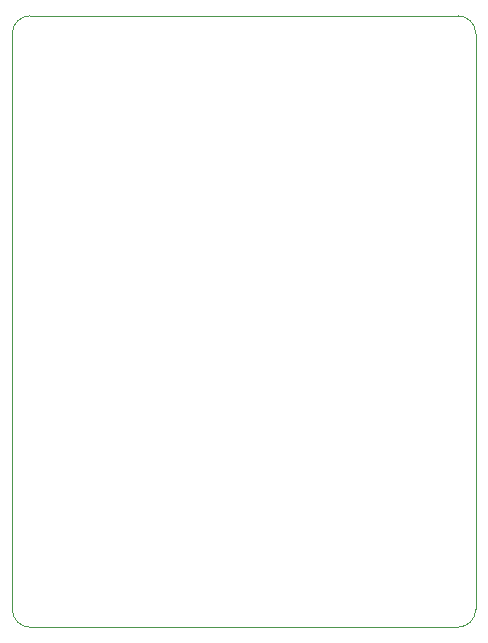
<source format=gbr>
%TF.GenerationSoftware,KiCad,Pcbnew,8.0.1-1.fc39*%
%TF.CreationDate,2024-05-03T11:25:50+02:00*%
%TF.ProjectId,esp32-s3-simple,65737033-322d-4733-932d-73696d706c65,rev?*%
%TF.SameCoordinates,Original*%
%TF.FileFunction,Profile,NP*%
%FSLAX46Y46*%
G04 Gerber Fmt 4.6, Leading zero omitted, Abs format (unit mm)*
G04 Created by KiCad (PCBNEW 8.0.1-1.fc39) date 2024-05-03 11:25:50*
%MOMM*%
%LPD*%
G01*
G04 APERTURE LIST*
%TA.AperFunction,Profile*%
%ADD10C,0.100000*%
%TD*%
G04 APERTURE END LIST*
D10*
X140250000Y-87300000D02*
X176500000Y-87300000D01*
X176500000Y-35550000D02*
X140250000Y-35550000D01*
X138750000Y-37050000D02*
G75*
G02*
X140250000Y-35550000I1500000J0D01*
G01*
X176500000Y-35550000D02*
G75*
G02*
X178000000Y-37050000I0J-1500000D01*
G01*
X140250000Y-87300000D02*
G75*
G02*
X138750000Y-85800000I0J1500000D01*
G01*
X178000000Y-85800000D02*
G75*
G02*
X176500000Y-87300000I-1500000J0D01*
G01*
X178000000Y-85800000D02*
X178000000Y-37050000D01*
X138750000Y-37050000D02*
X138750000Y-85800000D01*
M02*

</source>
